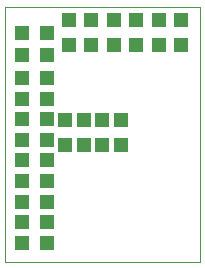
<source format=gtp>
G75*
%MOIN*%
%OFA0B0*%
%FSLAX24Y24*%
%IPPOS*%
%LPD*%
%AMOC8*
5,1,8,0,0,1.08239X$1,22.5*
%
%ADD10C,0.0000*%
%ADD11R,0.0472X0.0472*%
D10*
X002392Y002517D02*
X002392Y011017D01*
X008892Y011017D01*
X008892Y002517D01*
X002392Y002517D01*
D11*
X002978Y003142D03*
X002978Y003829D03*
X002978Y004517D03*
X002978Y005204D03*
X002978Y005892D03*
X002978Y006579D03*
X002978Y007267D03*
X002978Y007954D03*
X002978Y008642D03*
X002978Y009392D03*
X002978Y010142D03*
X003805Y010142D03*
X003805Y009392D03*
X003805Y008642D03*
X003805Y007954D03*
X003805Y007267D03*
X004392Y007243D03*
X005017Y007243D03*
X005642Y007243D03*
X006267Y007243D03*
X006267Y006416D03*
X005642Y006416D03*
X005017Y006416D03*
X004392Y006416D03*
X003805Y006579D03*
X003805Y005892D03*
X003805Y005204D03*
X003805Y004517D03*
X003805Y003829D03*
X003805Y003142D03*
X004517Y009728D03*
X005267Y009728D03*
X006017Y009728D03*
X006767Y009728D03*
X007517Y009728D03*
X008267Y009728D03*
X008267Y010555D03*
X007517Y010555D03*
X006767Y010555D03*
X006017Y010555D03*
X005267Y010555D03*
X004517Y010555D03*
M02*

</source>
